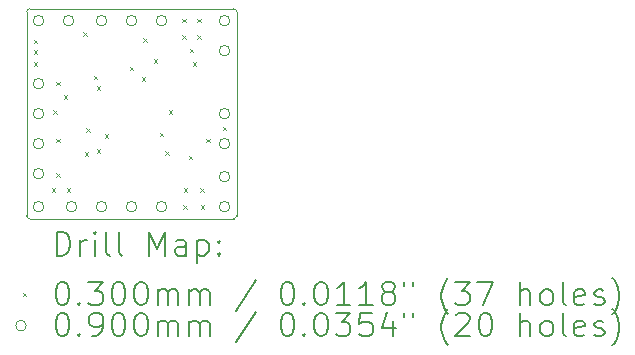
<source format=gbr>
%FSLAX45Y45*%
G04 Gerber Fmt 4.5, Leading zero omitted, Abs format (unit mm)*
G04 Created by KiCad (PCBNEW (6.0.5)) date 2022-08-26 20:17:28*
%MOMM*%
%LPD*%
G01*
G04 APERTURE LIST*
%TA.AperFunction,Profile*%
%ADD10C,0.038100*%
%TD*%
%ADD11C,0.200000*%
%ADD12C,0.030000*%
%ADD13C,0.090000*%
G04 APERTURE END LIST*
D10*
X12078000Y-12452600D02*
X12078001Y-10725400D01*
X12052600Y-10699999D02*
X10325400Y-10700000D01*
X10300000Y-12452599D02*
G75*
G03*
X10325400Y-12478000I25400J-1D01*
G01*
X10325400Y-10699999D02*
G75*
G03*
X10299999Y-10725401I0J-25401D01*
G01*
X12052599Y-12478000D02*
G75*
G03*
X12078000Y-12452600I1J25400D01*
G01*
X10299999Y-10725401D02*
X10299999Y-12452599D01*
X10325400Y-12478000D02*
X12052599Y-12478001D01*
X12078001Y-10725400D02*
G75*
G03*
X12052600Y-10699999I-25401J0D01*
G01*
D11*
D12*
X10361200Y-10964400D02*
X10391200Y-10994400D01*
X10391200Y-10964400D02*
X10361200Y-10994400D01*
X10361200Y-11053300D02*
X10391200Y-11083300D01*
X10391200Y-11053300D02*
X10361200Y-11083300D01*
X10361200Y-11154900D02*
X10391200Y-11184900D01*
X10391200Y-11154900D02*
X10361200Y-11184900D01*
X10513600Y-12221700D02*
X10543600Y-12251700D01*
X10543600Y-12221700D02*
X10513600Y-12251700D01*
X10526300Y-11561300D02*
X10556300Y-11591300D01*
X10556300Y-11561300D02*
X10526300Y-11591300D01*
X10551700Y-11320000D02*
X10581700Y-11350000D01*
X10581700Y-11320000D02*
X10551700Y-11350000D01*
X10551700Y-11802600D02*
X10581700Y-11832600D01*
X10581700Y-11802600D02*
X10551700Y-11832600D01*
X10551700Y-12094700D02*
X10581700Y-12124700D01*
X10581700Y-12094700D02*
X10551700Y-12124700D01*
X10615200Y-11434300D02*
X10645200Y-11464300D01*
X10645200Y-11434300D02*
X10615200Y-11464300D01*
X10640600Y-12221700D02*
X10670600Y-12251700D01*
X10670600Y-12221700D02*
X10640600Y-12251700D01*
X10780300Y-10900900D02*
X10810300Y-10930900D01*
X10810300Y-10900900D02*
X10780300Y-10930900D01*
X10793000Y-11915000D02*
X10823000Y-11945000D01*
X10823000Y-11915000D02*
X10793000Y-11945000D01*
X10804404Y-11712404D02*
X10834404Y-11742404D01*
X10834404Y-11712404D02*
X10804404Y-11742404D01*
X10869200Y-11269200D02*
X10899200Y-11299200D01*
X10899200Y-11269200D02*
X10869200Y-11299200D01*
X10894600Y-11358100D02*
X10924600Y-11388100D01*
X10924600Y-11358100D02*
X10894600Y-11388100D01*
X10894600Y-11891500D02*
X10924600Y-11921500D01*
X10924600Y-11891500D02*
X10894600Y-11921500D01*
X10960654Y-11761946D02*
X10990654Y-11791946D01*
X10990654Y-11761946D02*
X10960654Y-11791946D01*
X11174000Y-11193000D02*
X11204000Y-11223000D01*
X11204000Y-11193000D02*
X11174000Y-11223000D01*
X11275600Y-11281900D02*
X11305600Y-11311900D01*
X11305600Y-11281900D02*
X11275600Y-11311900D01*
X11288300Y-10951700D02*
X11318300Y-10981700D01*
X11318300Y-10951700D02*
X11288300Y-10981700D01*
X11377200Y-11129500D02*
X11407200Y-11159500D01*
X11407200Y-11129500D02*
X11377200Y-11159500D01*
X11428000Y-11751800D02*
X11458000Y-11781800D01*
X11458000Y-11751800D02*
X11428000Y-11781800D01*
X11475000Y-11905000D02*
X11505000Y-11935000D01*
X11505000Y-11905000D02*
X11475000Y-11935000D01*
X11504200Y-11561300D02*
X11534200Y-11591300D01*
X11534200Y-11561300D02*
X11504200Y-11591300D01*
X11618500Y-10786600D02*
X11648500Y-10816600D01*
X11648500Y-10786600D02*
X11618500Y-10816600D01*
X11618500Y-10926300D02*
X11648500Y-10956300D01*
X11648500Y-10926300D02*
X11618500Y-10956300D01*
X11625000Y-12365000D02*
X11655000Y-12395000D01*
X11655000Y-12365000D02*
X11625000Y-12395000D01*
X11631200Y-12221700D02*
X11661200Y-12251700D01*
X11661200Y-12221700D02*
X11631200Y-12251700D01*
X11675000Y-11945000D02*
X11705000Y-11975000D01*
X11705000Y-11945000D02*
X11675000Y-11975000D01*
X11682000Y-11040600D02*
X11712000Y-11070600D01*
X11712000Y-11040600D02*
X11682000Y-11070600D01*
X11707400Y-11154900D02*
X11737400Y-11184900D01*
X11737400Y-11154900D02*
X11707400Y-11184900D01*
X11745500Y-10786600D02*
X11775500Y-10816600D01*
X11775500Y-10786600D02*
X11745500Y-10816600D01*
X11745500Y-10926300D02*
X11775500Y-10956300D01*
X11775500Y-10926300D02*
X11745500Y-10956300D01*
X11770900Y-12221700D02*
X11800900Y-12251700D01*
X11800900Y-12221700D02*
X11770900Y-12251700D01*
X11775000Y-12365000D02*
X11805000Y-12395000D01*
X11805000Y-12365000D02*
X11775000Y-12395000D01*
X11821700Y-11802600D02*
X11851700Y-11832600D01*
X11851700Y-11802600D02*
X11821700Y-11832600D01*
X11961400Y-11701000D02*
X11991400Y-11731000D01*
X11991400Y-11701000D02*
X11961400Y-11731000D01*
D13*
X10446600Y-10801600D02*
G75*
G03*
X10446600Y-10801600I-45000J0D01*
G01*
X10446600Y-11335000D02*
G75*
G03*
X10446600Y-11335000I-45000J0D01*
G01*
X10446600Y-11589000D02*
G75*
G03*
X10446600Y-11589000I-45000J0D01*
G01*
X10446600Y-11843000D02*
G75*
G03*
X10446600Y-11843000I-45000J0D01*
G01*
X10446600Y-12097000D02*
G75*
G03*
X10446600Y-12097000I-45000J0D01*
G01*
X10446600Y-12376400D02*
G75*
G03*
X10446600Y-12376400I-45000J0D01*
G01*
X10700600Y-10801600D02*
G75*
G03*
X10700600Y-10801600I-45000J0D01*
G01*
X10726000Y-12376400D02*
G75*
G03*
X10726000Y-12376400I-45000J0D01*
G01*
X10980000Y-10801600D02*
G75*
G03*
X10980000Y-10801600I-45000J0D01*
G01*
X10980000Y-12376400D02*
G75*
G03*
X10980000Y-12376400I-45000J0D01*
G01*
X11234000Y-10801600D02*
G75*
G03*
X11234000Y-10801600I-45000J0D01*
G01*
X11234000Y-12376400D02*
G75*
G03*
X11234000Y-12376400I-45000J0D01*
G01*
X11488000Y-10801600D02*
G75*
G03*
X11488000Y-10801600I-45000J0D01*
G01*
X11488000Y-12376400D02*
G75*
G03*
X11488000Y-12376400I-45000J0D01*
G01*
X12021400Y-10801600D02*
G75*
G03*
X12021400Y-10801600I-45000J0D01*
G01*
X12021400Y-11055600D02*
G75*
G03*
X12021400Y-11055600I-45000J0D01*
G01*
X12021400Y-11589000D02*
G75*
G03*
X12021400Y-11589000I-45000J0D01*
G01*
X12021400Y-11843000D02*
G75*
G03*
X12021400Y-11843000I-45000J0D01*
G01*
X12021400Y-12122400D02*
G75*
G03*
X12021400Y-12122400I-45000J0D01*
G01*
X12021400Y-12376400D02*
G75*
G03*
X12021400Y-12376400I-45000J0D01*
G01*
D11*
X10555713Y-12790382D02*
X10555713Y-12590382D01*
X10603332Y-12590382D01*
X10631903Y-12599906D01*
X10650951Y-12618954D01*
X10660475Y-12638001D01*
X10669999Y-12676096D01*
X10669999Y-12704668D01*
X10660475Y-12742763D01*
X10650951Y-12761811D01*
X10631903Y-12780858D01*
X10603332Y-12790382D01*
X10555713Y-12790382D01*
X10755713Y-12790382D02*
X10755713Y-12657049D01*
X10755713Y-12695144D02*
X10765237Y-12676096D01*
X10774761Y-12666573D01*
X10793808Y-12657049D01*
X10812856Y-12657049D01*
X10879522Y-12790382D02*
X10879522Y-12657049D01*
X10879522Y-12590382D02*
X10869999Y-12599906D01*
X10879522Y-12609430D01*
X10889046Y-12599906D01*
X10879522Y-12590382D01*
X10879522Y-12609430D01*
X11003332Y-12790382D02*
X10984284Y-12780858D01*
X10974761Y-12761811D01*
X10974761Y-12590382D01*
X11108094Y-12790382D02*
X11089046Y-12780858D01*
X11079522Y-12761811D01*
X11079522Y-12590382D01*
X11336665Y-12790382D02*
X11336665Y-12590382D01*
X11403332Y-12733239D01*
X11469999Y-12590382D01*
X11469999Y-12790382D01*
X11650951Y-12790382D02*
X11650951Y-12685620D01*
X11641427Y-12666573D01*
X11622380Y-12657049D01*
X11584284Y-12657049D01*
X11565237Y-12666573D01*
X11650951Y-12780858D02*
X11631903Y-12790382D01*
X11584284Y-12790382D01*
X11565237Y-12780858D01*
X11555713Y-12761811D01*
X11555713Y-12742763D01*
X11565237Y-12723716D01*
X11584284Y-12714192D01*
X11631903Y-12714192D01*
X11650951Y-12704668D01*
X11746189Y-12657049D02*
X11746189Y-12857049D01*
X11746189Y-12666573D02*
X11765237Y-12657049D01*
X11803332Y-12657049D01*
X11822380Y-12666573D01*
X11831903Y-12676096D01*
X11841427Y-12695144D01*
X11841427Y-12752287D01*
X11831903Y-12771335D01*
X11822380Y-12780858D01*
X11803332Y-12790382D01*
X11765237Y-12790382D01*
X11746189Y-12780858D01*
X11927141Y-12771335D02*
X11936665Y-12780858D01*
X11927141Y-12790382D01*
X11917618Y-12780858D01*
X11927141Y-12771335D01*
X11927141Y-12790382D01*
X11927141Y-12666573D02*
X11936665Y-12676096D01*
X11927141Y-12685620D01*
X11917618Y-12676096D01*
X11927141Y-12666573D01*
X11927141Y-12685620D01*
D12*
X10268094Y-13104906D02*
X10298094Y-13134906D01*
X10298094Y-13104906D02*
X10268094Y-13134906D01*
D11*
X10593808Y-13010382D02*
X10612856Y-13010382D01*
X10631903Y-13019906D01*
X10641427Y-13029430D01*
X10650951Y-13048477D01*
X10660475Y-13086573D01*
X10660475Y-13134192D01*
X10650951Y-13172287D01*
X10641427Y-13191335D01*
X10631903Y-13200858D01*
X10612856Y-13210382D01*
X10593808Y-13210382D01*
X10574761Y-13200858D01*
X10565237Y-13191335D01*
X10555713Y-13172287D01*
X10546189Y-13134192D01*
X10546189Y-13086573D01*
X10555713Y-13048477D01*
X10565237Y-13029430D01*
X10574761Y-13019906D01*
X10593808Y-13010382D01*
X10746189Y-13191335D02*
X10755713Y-13200858D01*
X10746189Y-13210382D01*
X10736665Y-13200858D01*
X10746189Y-13191335D01*
X10746189Y-13210382D01*
X10822380Y-13010382D02*
X10946189Y-13010382D01*
X10879522Y-13086573D01*
X10908094Y-13086573D01*
X10927142Y-13096096D01*
X10936665Y-13105620D01*
X10946189Y-13124668D01*
X10946189Y-13172287D01*
X10936665Y-13191335D01*
X10927142Y-13200858D01*
X10908094Y-13210382D01*
X10850951Y-13210382D01*
X10831903Y-13200858D01*
X10822380Y-13191335D01*
X11069999Y-13010382D02*
X11089046Y-13010382D01*
X11108094Y-13019906D01*
X11117618Y-13029430D01*
X11127142Y-13048477D01*
X11136665Y-13086573D01*
X11136665Y-13134192D01*
X11127142Y-13172287D01*
X11117618Y-13191335D01*
X11108094Y-13200858D01*
X11089046Y-13210382D01*
X11069999Y-13210382D01*
X11050951Y-13200858D01*
X11041427Y-13191335D01*
X11031903Y-13172287D01*
X11022380Y-13134192D01*
X11022380Y-13086573D01*
X11031903Y-13048477D01*
X11041427Y-13029430D01*
X11050951Y-13019906D01*
X11069999Y-13010382D01*
X11260475Y-13010382D02*
X11279522Y-13010382D01*
X11298570Y-13019906D01*
X11308094Y-13029430D01*
X11317618Y-13048477D01*
X11327141Y-13086573D01*
X11327141Y-13134192D01*
X11317618Y-13172287D01*
X11308094Y-13191335D01*
X11298570Y-13200858D01*
X11279522Y-13210382D01*
X11260475Y-13210382D01*
X11241427Y-13200858D01*
X11231903Y-13191335D01*
X11222380Y-13172287D01*
X11212856Y-13134192D01*
X11212856Y-13086573D01*
X11222380Y-13048477D01*
X11231903Y-13029430D01*
X11241427Y-13019906D01*
X11260475Y-13010382D01*
X11412856Y-13210382D02*
X11412856Y-13077049D01*
X11412856Y-13096096D02*
X11422380Y-13086573D01*
X11441427Y-13077049D01*
X11469999Y-13077049D01*
X11489046Y-13086573D01*
X11498570Y-13105620D01*
X11498570Y-13210382D01*
X11498570Y-13105620D02*
X11508094Y-13086573D01*
X11527141Y-13077049D01*
X11555713Y-13077049D01*
X11574760Y-13086573D01*
X11584284Y-13105620D01*
X11584284Y-13210382D01*
X11679522Y-13210382D02*
X11679522Y-13077049D01*
X11679522Y-13096096D02*
X11689046Y-13086573D01*
X11708094Y-13077049D01*
X11736665Y-13077049D01*
X11755713Y-13086573D01*
X11765237Y-13105620D01*
X11765237Y-13210382D01*
X11765237Y-13105620D02*
X11774760Y-13086573D01*
X11793808Y-13077049D01*
X11822380Y-13077049D01*
X11841427Y-13086573D01*
X11850951Y-13105620D01*
X11850951Y-13210382D01*
X12241427Y-13000858D02*
X12069999Y-13258001D01*
X12498570Y-13010382D02*
X12517618Y-13010382D01*
X12536665Y-13019906D01*
X12546189Y-13029430D01*
X12555713Y-13048477D01*
X12565237Y-13086573D01*
X12565237Y-13134192D01*
X12555713Y-13172287D01*
X12546189Y-13191335D01*
X12536665Y-13200858D01*
X12517618Y-13210382D01*
X12498570Y-13210382D01*
X12479522Y-13200858D01*
X12469999Y-13191335D01*
X12460475Y-13172287D01*
X12450951Y-13134192D01*
X12450951Y-13086573D01*
X12460475Y-13048477D01*
X12469999Y-13029430D01*
X12479522Y-13019906D01*
X12498570Y-13010382D01*
X12650951Y-13191335D02*
X12660475Y-13200858D01*
X12650951Y-13210382D01*
X12641427Y-13200858D01*
X12650951Y-13191335D01*
X12650951Y-13210382D01*
X12784284Y-13010382D02*
X12803332Y-13010382D01*
X12822380Y-13019906D01*
X12831903Y-13029430D01*
X12841427Y-13048477D01*
X12850951Y-13086573D01*
X12850951Y-13134192D01*
X12841427Y-13172287D01*
X12831903Y-13191335D01*
X12822380Y-13200858D01*
X12803332Y-13210382D01*
X12784284Y-13210382D01*
X12765237Y-13200858D01*
X12755713Y-13191335D01*
X12746189Y-13172287D01*
X12736665Y-13134192D01*
X12736665Y-13086573D01*
X12746189Y-13048477D01*
X12755713Y-13029430D01*
X12765237Y-13019906D01*
X12784284Y-13010382D01*
X13041427Y-13210382D02*
X12927141Y-13210382D01*
X12984284Y-13210382D02*
X12984284Y-13010382D01*
X12965237Y-13038954D01*
X12946189Y-13058001D01*
X12927141Y-13067525D01*
X13231903Y-13210382D02*
X13117618Y-13210382D01*
X13174760Y-13210382D02*
X13174760Y-13010382D01*
X13155713Y-13038954D01*
X13136665Y-13058001D01*
X13117618Y-13067525D01*
X13346189Y-13096096D02*
X13327141Y-13086573D01*
X13317618Y-13077049D01*
X13308094Y-13058001D01*
X13308094Y-13048477D01*
X13317618Y-13029430D01*
X13327141Y-13019906D01*
X13346189Y-13010382D01*
X13384284Y-13010382D01*
X13403332Y-13019906D01*
X13412856Y-13029430D01*
X13422380Y-13048477D01*
X13422380Y-13058001D01*
X13412856Y-13077049D01*
X13403332Y-13086573D01*
X13384284Y-13096096D01*
X13346189Y-13096096D01*
X13327141Y-13105620D01*
X13317618Y-13115144D01*
X13308094Y-13134192D01*
X13308094Y-13172287D01*
X13317618Y-13191335D01*
X13327141Y-13200858D01*
X13346189Y-13210382D01*
X13384284Y-13210382D01*
X13403332Y-13200858D01*
X13412856Y-13191335D01*
X13422380Y-13172287D01*
X13422380Y-13134192D01*
X13412856Y-13115144D01*
X13403332Y-13105620D01*
X13384284Y-13096096D01*
X13498570Y-13010382D02*
X13498570Y-13048477D01*
X13574760Y-13010382D02*
X13574760Y-13048477D01*
X13869999Y-13286573D02*
X13860475Y-13277049D01*
X13841427Y-13248477D01*
X13831903Y-13229430D01*
X13822380Y-13200858D01*
X13812856Y-13153239D01*
X13812856Y-13115144D01*
X13822380Y-13067525D01*
X13831903Y-13038954D01*
X13841427Y-13019906D01*
X13860475Y-12991335D01*
X13869999Y-12981811D01*
X13927141Y-13010382D02*
X14050951Y-13010382D01*
X13984284Y-13086573D01*
X14012856Y-13086573D01*
X14031903Y-13096096D01*
X14041427Y-13105620D01*
X14050951Y-13124668D01*
X14050951Y-13172287D01*
X14041427Y-13191335D01*
X14031903Y-13200858D01*
X14012856Y-13210382D01*
X13955713Y-13210382D01*
X13936665Y-13200858D01*
X13927141Y-13191335D01*
X14117618Y-13010382D02*
X14250951Y-13010382D01*
X14165237Y-13210382D01*
X14479522Y-13210382D02*
X14479522Y-13010382D01*
X14565237Y-13210382D02*
X14565237Y-13105620D01*
X14555713Y-13086573D01*
X14536665Y-13077049D01*
X14508094Y-13077049D01*
X14489046Y-13086573D01*
X14479522Y-13096096D01*
X14689046Y-13210382D02*
X14669999Y-13200858D01*
X14660475Y-13191335D01*
X14650951Y-13172287D01*
X14650951Y-13115144D01*
X14660475Y-13096096D01*
X14669999Y-13086573D01*
X14689046Y-13077049D01*
X14717618Y-13077049D01*
X14736665Y-13086573D01*
X14746189Y-13096096D01*
X14755713Y-13115144D01*
X14755713Y-13172287D01*
X14746189Y-13191335D01*
X14736665Y-13200858D01*
X14717618Y-13210382D01*
X14689046Y-13210382D01*
X14869999Y-13210382D02*
X14850951Y-13200858D01*
X14841427Y-13181811D01*
X14841427Y-13010382D01*
X15022380Y-13200858D02*
X15003332Y-13210382D01*
X14965237Y-13210382D01*
X14946189Y-13200858D01*
X14936665Y-13181811D01*
X14936665Y-13105620D01*
X14946189Y-13086573D01*
X14965237Y-13077049D01*
X15003332Y-13077049D01*
X15022380Y-13086573D01*
X15031903Y-13105620D01*
X15031903Y-13124668D01*
X14936665Y-13143716D01*
X15108094Y-13200858D02*
X15127141Y-13210382D01*
X15165237Y-13210382D01*
X15184284Y-13200858D01*
X15193808Y-13181811D01*
X15193808Y-13172287D01*
X15184284Y-13153239D01*
X15165237Y-13143716D01*
X15136665Y-13143716D01*
X15117618Y-13134192D01*
X15108094Y-13115144D01*
X15108094Y-13105620D01*
X15117618Y-13086573D01*
X15136665Y-13077049D01*
X15165237Y-13077049D01*
X15184284Y-13086573D01*
X15260475Y-13286573D02*
X15269999Y-13277049D01*
X15289046Y-13248477D01*
X15298570Y-13229430D01*
X15308094Y-13200858D01*
X15317618Y-13153239D01*
X15317618Y-13115144D01*
X15308094Y-13067525D01*
X15298570Y-13038954D01*
X15289046Y-13019906D01*
X15269999Y-12991335D01*
X15260475Y-12981811D01*
D13*
X10298094Y-13383906D02*
G75*
G03*
X10298094Y-13383906I-45000J0D01*
G01*
D11*
X10593808Y-13274382D02*
X10612856Y-13274382D01*
X10631903Y-13283906D01*
X10641427Y-13293430D01*
X10650951Y-13312477D01*
X10660475Y-13350573D01*
X10660475Y-13398192D01*
X10650951Y-13436287D01*
X10641427Y-13455335D01*
X10631903Y-13464858D01*
X10612856Y-13474382D01*
X10593808Y-13474382D01*
X10574761Y-13464858D01*
X10565237Y-13455335D01*
X10555713Y-13436287D01*
X10546189Y-13398192D01*
X10546189Y-13350573D01*
X10555713Y-13312477D01*
X10565237Y-13293430D01*
X10574761Y-13283906D01*
X10593808Y-13274382D01*
X10746189Y-13455335D02*
X10755713Y-13464858D01*
X10746189Y-13474382D01*
X10736665Y-13464858D01*
X10746189Y-13455335D01*
X10746189Y-13474382D01*
X10850951Y-13474382D02*
X10889046Y-13474382D01*
X10908094Y-13464858D01*
X10917618Y-13455335D01*
X10936665Y-13426763D01*
X10946189Y-13388668D01*
X10946189Y-13312477D01*
X10936665Y-13293430D01*
X10927142Y-13283906D01*
X10908094Y-13274382D01*
X10869999Y-13274382D01*
X10850951Y-13283906D01*
X10841427Y-13293430D01*
X10831903Y-13312477D01*
X10831903Y-13360096D01*
X10841427Y-13379144D01*
X10850951Y-13388668D01*
X10869999Y-13398192D01*
X10908094Y-13398192D01*
X10927142Y-13388668D01*
X10936665Y-13379144D01*
X10946189Y-13360096D01*
X11069999Y-13274382D02*
X11089046Y-13274382D01*
X11108094Y-13283906D01*
X11117618Y-13293430D01*
X11127142Y-13312477D01*
X11136665Y-13350573D01*
X11136665Y-13398192D01*
X11127142Y-13436287D01*
X11117618Y-13455335D01*
X11108094Y-13464858D01*
X11089046Y-13474382D01*
X11069999Y-13474382D01*
X11050951Y-13464858D01*
X11041427Y-13455335D01*
X11031903Y-13436287D01*
X11022380Y-13398192D01*
X11022380Y-13350573D01*
X11031903Y-13312477D01*
X11041427Y-13293430D01*
X11050951Y-13283906D01*
X11069999Y-13274382D01*
X11260475Y-13274382D02*
X11279522Y-13274382D01*
X11298570Y-13283906D01*
X11308094Y-13293430D01*
X11317618Y-13312477D01*
X11327141Y-13350573D01*
X11327141Y-13398192D01*
X11317618Y-13436287D01*
X11308094Y-13455335D01*
X11298570Y-13464858D01*
X11279522Y-13474382D01*
X11260475Y-13474382D01*
X11241427Y-13464858D01*
X11231903Y-13455335D01*
X11222380Y-13436287D01*
X11212856Y-13398192D01*
X11212856Y-13350573D01*
X11222380Y-13312477D01*
X11231903Y-13293430D01*
X11241427Y-13283906D01*
X11260475Y-13274382D01*
X11412856Y-13474382D02*
X11412856Y-13341049D01*
X11412856Y-13360096D02*
X11422380Y-13350573D01*
X11441427Y-13341049D01*
X11469999Y-13341049D01*
X11489046Y-13350573D01*
X11498570Y-13369620D01*
X11498570Y-13474382D01*
X11498570Y-13369620D02*
X11508094Y-13350573D01*
X11527141Y-13341049D01*
X11555713Y-13341049D01*
X11574760Y-13350573D01*
X11584284Y-13369620D01*
X11584284Y-13474382D01*
X11679522Y-13474382D02*
X11679522Y-13341049D01*
X11679522Y-13360096D02*
X11689046Y-13350573D01*
X11708094Y-13341049D01*
X11736665Y-13341049D01*
X11755713Y-13350573D01*
X11765237Y-13369620D01*
X11765237Y-13474382D01*
X11765237Y-13369620D02*
X11774760Y-13350573D01*
X11793808Y-13341049D01*
X11822380Y-13341049D01*
X11841427Y-13350573D01*
X11850951Y-13369620D01*
X11850951Y-13474382D01*
X12241427Y-13264858D02*
X12069999Y-13522001D01*
X12498570Y-13274382D02*
X12517618Y-13274382D01*
X12536665Y-13283906D01*
X12546189Y-13293430D01*
X12555713Y-13312477D01*
X12565237Y-13350573D01*
X12565237Y-13398192D01*
X12555713Y-13436287D01*
X12546189Y-13455335D01*
X12536665Y-13464858D01*
X12517618Y-13474382D01*
X12498570Y-13474382D01*
X12479522Y-13464858D01*
X12469999Y-13455335D01*
X12460475Y-13436287D01*
X12450951Y-13398192D01*
X12450951Y-13350573D01*
X12460475Y-13312477D01*
X12469999Y-13293430D01*
X12479522Y-13283906D01*
X12498570Y-13274382D01*
X12650951Y-13455335D02*
X12660475Y-13464858D01*
X12650951Y-13474382D01*
X12641427Y-13464858D01*
X12650951Y-13455335D01*
X12650951Y-13474382D01*
X12784284Y-13274382D02*
X12803332Y-13274382D01*
X12822380Y-13283906D01*
X12831903Y-13293430D01*
X12841427Y-13312477D01*
X12850951Y-13350573D01*
X12850951Y-13398192D01*
X12841427Y-13436287D01*
X12831903Y-13455335D01*
X12822380Y-13464858D01*
X12803332Y-13474382D01*
X12784284Y-13474382D01*
X12765237Y-13464858D01*
X12755713Y-13455335D01*
X12746189Y-13436287D01*
X12736665Y-13398192D01*
X12736665Y-13350573D01*
X12746189Y-13312477D01*
X12755713Y-13293430D01*
X12765237Y-13283906D01*
X12784284Y-13274382D01*
X12917618Y-13274382D02*
X13041427Y-13274382D01*
X12974760Y-13350573D01*
X13003332Y-13350573D01*
X13022380Y-13360096D01*
X13031903Y-13369620D01*
X13041427Y-13388668D01*
X13041427Y-13436287D01*
X13031903Y-13455335D01*
X13022380Y-13464858D01*
X13003332Y-13474382D01*
X12946189Y-13474382D01*
X12927141Y-13464858D01*
X12917618Y-13455335D01*
X13222380Y-13274382D02*
X13127141Y-13274382D01*
X13117618Y-13369620D01*
X13127141Y-13360096D01*
X13146189Y-13350573D01*
X13193808Y-13350573D01*
X13212856Y-13360096D01*
X13222380Y-13369620D01*
X13231903Y-13388668D01*
X13231903Y-13436287D01*
X13222380Y-13455335D01*
X13212856Y-13464858D01*
X13193808Y-13474382D01*
X13146189Y-13474382D01*
X13127141Y-13464858D01*
X13117618Y-13455335D01*
X13403332Y-13341049D02*
X13403332Y-13474382D01*
X13355713Y-13264858D02*
X13308094Y-13407716D01*
X13431903Y-13407716D01*
X13498570Y-13274382D02*
X13498570Y-13312477D01*
X13574760Y-13274382D02*
X13574760Y-13312477D01*
X13869999Y-13550573D02*
X13860475Y-13541049D01*
X13841427Y-13512477D01*
X13831903Y-13493430D01*
X13822380Y-13464858D01*
X13812856Y-13417239D01*
X13812856Y-13379144D01*
X13822380Y-13331525D01*
X13831903Y-13302954D01*
X13841427Y-13283906D01*
X13860475Y-13255335D01*
X13869999Y-13245811D01*
X13936665Y-13293430D02*
X13946189Y-13283906D01*
X13965237Y-13274382D01*
X14012856Y-13274382D01*
X14031903Y-13283906D01*
X14041427Y-13293430D01*
X14050951Y-13312477D01*
X14050951Y-13331525D01*
X14041427Y-13360096D01*
X13927141Y-13474382D01*
X14050951Y-13474382D01*
X14174760Y-13274382D02*
X14193808Y-13274382D01*
X14212856Y-13283906D01*
X14222380Y-13293430D01*
X14231903Y-13312477D01*
X14241427Y-13350573D01*
X14241427Y-13398192D01*
X14231903Y-13436287D01*
X14222380Y-13455335D01*
X14212856Y-13464858D01*
X14193808Y-13474382D01*
X14174760Y-13474382D01*
X14155713Y-13464858D01*
X14146189Y-13455335D01*
X14136665Y-13436287D01*
X14127141Y-13398192D01*
X14127141Y-13350573D01*
X14136665Y-13312477D01*
X14146189Y-13293430D01*
X14155713Y-13283906D01*
X14174760Y-13274382D01*
X14479522Y-13474382D02*
X14479522Y-13274382D01*
X14565237Y-13474382D02*
X14565237Y-13369620D01*
X14555713Y-13350573D01*
X14536665Y-13341049D01*
X14508094Y-13341049D01*
X14489046Y-13350573D01*
X14479522Y-13360096D01*
X14689046Y-13474382D02*
X14669999Y-13464858D01*
X14660475Y-13455335D01*
X14650951Y-13436287D01*
X14650951Y-13379144D01*
X14660475Y-13360096D01*
X14669999Y-13350573D01*
X14689046Y-13341049D01*
X14717618Y-13341049D01*
X14736665Y-13350573D01*
X14746189Y-13360096D01*
X14755713Y-13379144D01*
X14755713Y-13436287D01*
X14746189Y-13455335D01*
X14736665Y-13464858D01*
X14717618Y-13474382D01*
X14689046Y-13474382D01*
X14869999Y-13474382D02*
X14850951Y-13464858D01*
X14841427Y-13445811D01*
X14841427Y-13274382D01*
X15022380Y-13464858D02*
X15003332Y-13474382D01*
X14965237Y-13474382D01*
X14946189Y-13464858D01*
X14936665Y-13445811D01*
X14936665Y-13369620D01*
X14946189Y-13350573D01*
X14965237Y-13341049D01*
X15003332Y-13341049D01*
X15022380Y-13350573D01*
X15031903Y-13369620D01*
X15031903Y-13388668D01*
X14936665Y-13407716D01*
X15108094Y-13464858D02*
X15127141Y-13474382D01*
X15165237Y-13474382D01*
X15184284Y-13464858D01*
X15193808Y-13445811D01*
X15193808Y-13436287D01*
X15184284Y-13417239D01*
X15165237Y-13407716D01*
X15136665Y-13407716D01*
X15117618Y-13398192D01*
X15108094Y-13379144D01*
X15108094Y-13369620D01*
X15117618Y-13350573D01*
X15136665Y-13341049D01*
X15165237Y-13341049D01*
X15184284Y-13350573D01*
X15260475Y-13550573D02*
X15269999Y-13541049D01*
X15289046Y-13512477D01*
X15298570Y-13493430D01*
X15308094Y-13464858D01*
X15317618Y-13417239D01*
X15317618Y-13379144D01*
X15308094Y-13331525D01*
X15298570Y-13302954D01*
X15289046Y-13283906D01*
X15269999Y-13255335D01*
X15260475Y-13245811D01*
M02*

</source>
